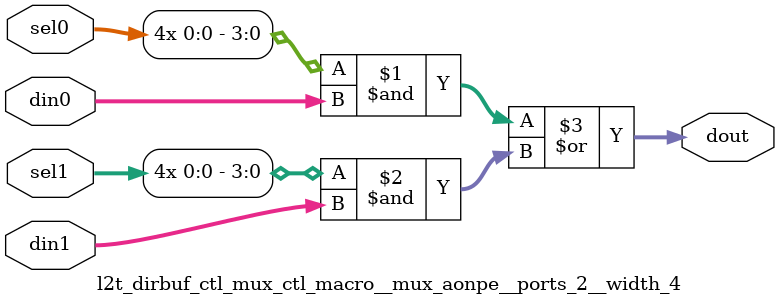
<source format=v>
module l2t_dirbuf_ctl (
  rd_en_c4, 
  wr_en_c4, 
  dir_inval_mask_c4, 
  rw_row_en_c4, 
  rw_panel_en_c4, 
  dir_rw_entry_c4, 
  lkup_row_en_c4, 
  lkup_panel_en_c4, 
  lkup_wr_data_c4, 
  dir_clear_c4, 
  ic_dc_dir, 
  arbadr_arbdp_addr4_c4, 
  arb_force_hit_c4, 
  addr_index_bit5, 
  l2t_mb0_run, 
  l2t_mb0_mask, 
  l2t_mb0_addr, 
  l2t_mb0_row_panel_en, 
  l2t_mb0_row_row_en, 
  l2t_mb0_row_lookup_en, 
  l2t_mb0_lookup_wdata, 
  l2t_mb0_row_wr_en, 
  l2t_mb0_row_rd_en, 
  l1clk, 
  scan_in, 
  scan_out, 
  dirlbf_force_hit_c4, 
  dirlbf_lkup_en_c4_buf, 
  dirlbf_inval_mask_c4_buf, 
  dirlbf_rw_dec_c4_buf, 
  dirlbf_rd_en_c4_buf, 
  dirlbf_wr_en_c4_buf, 
  dirlbf_rw_entry_c4_buf, 
  dirlbf_lkup_wr_data_c4_buf, 
  dirlbf_dir_clear_c4_buf, 
  aclk, 
  bclk);
wire siclk;
wire soclk;
wire ff_l2t_mb0_run_r1_scanin;
wire ff_l2t_mb0_run_r1_scanout;
wire l2t_mb0_run_r1;
wire mb0_row_row_en;
wire dirlbf_force_hit_c41;
wire [5:0] rw_index;
wire l2t_mb0_row_wr_en_qual;
wire l2t_mb0_row_rd_en_qual;
wire address_bit4_0;
wire ic_address_bit4;
wire address_bit4_1;
wire dc_address_bit4;
wire address_bit4;
wire sel_address_bit4;
wire dir_wr_par_c4;
wire cam_row_select;
wire rw_row_select;
wire [3:0] dirlbf_rw_dec_c4_buf_fnl;
wire [3:0] dirlbf_lkup_en_c4_buf_fnl;
 

input		rd_en_c4;	
input		wr_en_c4;	
input	[7:0]	dir_inval_mask_c4;	
input	[1:0]	rw_row_en_c4;	
input	[3:0]	rw_panel_en_c4;	
input	[5:0]	dir_rw_entry_c4;	// BS and SR 11/18/03 Reverse Directory change 
input	[1:0]	lkup_row_en_c4; // qualified already	
input	[3:0]	lkup_panel_en_c4; // qualified already	
input	[14:0]	lkup_wr_data_c4;  //  BS and SR 11/18/03 Reverse Directory change 
input		dir_clear_c4; 
input		ic_dc_dir; 
input		arbadr_arbdp_addr4_c4; 
input		arb_force_hit_c4; 
input		addr_index_bit5; 

input		l2t_mb0_run;
input	[7:0]	l2t_mb0_mask;
input	[5:0]	l2t_mb0_addr;
input	[3:0]	l2t_mb0_row_panel_en;
input		l2t_mb0_row_row_en;
input	[3:0]	l2t_mb0_row_lookup_en;
input	[15:0]	l2t_mb0_lookup_wdata;
input		l2t_mb0_row_wr_en;
input		l2t_mb0_row_rd_en;
input		l1clk;
input		scan_in;
output		scan_out;
 
output   	dirlbf_force_hit_c4;
output	[3:0]	dirlbf_lkup_en_c4_buf ;  
output	[7:0]	dirlbf_inval_mask_c4_buf ;
output	[3:0]	dirlbf_rw_dec_c4_buf; 
output		dirlbf_rd_en_c4_buf ;
output		dirlbf_wr_en_c4_buf ; 
output	[5:0]	dirlbf_rw_entry_c4_buf; // BS and SR 11/18/03 Reverse Directory change 
output	[15:0]	dirlbf_lkup_wr_data_c4_buf; // 14(top) to 0(bottom) 
output		dirlbf_dir_clear_c4_buf; 


 input aclk;
 input bclk;

assign siclk = aclk;
assign soclk = bclk;

//
// Muxing of MBIST and functional signals
//

l2t_dirbuf_ctl_msff_ctl_macro__width_1 ff_l2t_mb0_run_r1 
        (
	.din(l2t_mb0_run), 
	.l1clk(l1clk),  
	//.en(1'b1),
	.scan_in(ff_l2t_mb0_run_r1_scanin),
	.scan_out(ff_l2t_mb0_run_r1_scanout),
	.dout(l2t_mb0_run_r1),
  .siclk(siclk),
  .soclk(soclk)  
	); 



l2t_dirbuf_ctl_mux_ctl_macro__mux_aonpe__ports_2__width_2 mux_mb0_row_row_en_wdata 
	(
	.dout	({dirlbf_force_hit_c4,mb0_row_row_en}),
	.din0	({1'b0,l2t_mb0_row_row_en}),
	.din1	({dirlbf_force_hit_c41,1'b0}),
	.sel0	(l2t_mb0_run_r1),
	.sel1	(~l2t_mb0_run_r1)
	);

l2t_dirbuf_ctl_mux_ctl_macro__mux_aonpe__ports_2__width_8 mux_dirlbf_inval_mask_c4_buf 
	(
	.dout   (dirlbf_inval_mask_c4_buf[7:0]),
        .din0   (dir_inval_mask_c4[7:0]),
        .din1   (l2t_mb0_mask[7:0]),
	.sel0	(~l2t_mb0_run_r1),
	.sel1	(l2t_mb0_run_r1)
	);



l2t_dirbuf_ctl_mux_ctl_macro__mux_aonpe__ports_2__width_6 mux_rw_index 
	(
	.dout	(rw_index[5:0]),
	.din0	({addr_index_bit5,dir_rw_entry_c4[4:0]}),
	.din1	(dir_rw_entry_c4[5:0]),
	.sel0	(~dirlbf_wr_en_c4_buf),
	.sel1	(dirlbf_wr_en_c4_buf)
	);


assign l2t_mb0_row_wr_en_qual = l2t_mb0_row_wr_en & l2t_mb0_row_row_en;
assign l2t_mb0_row_rd_en_qual = l2t_mb0_row_rd_en & l2t_mb0_row_row_en;

l2t_dirbuf_ctl_mux_ctl_macro__mux_aonpe__ports_2__width_8 mux_dirlbf_rd_wr_entry_c4_buf 
        (
        .dout   ({dirlbf_rw_entry_c4_buf[5:0],dirlbf_wr_en_c4_buf,dirlbf_rd_en_c4_buf}),
        .din0    ({rw_index[5:0],wr_en_c4,rd_en_c4}),
        .din1    ({l2t_mb0_addr[5:0],l2t_mb0_row_wr_en_qual,l2t_mb0_row_rd_en_qual}),
        .sel0   (~l2t_mb0_run_r1),
        .sel1   (l2t_mb0_run_r1)
        );



assign address_bit4_0 = ~(ic_address_bit4 & ic_dc_dir);
assign address_bit4_1 = ~(dc_address_bit4 & ~ic_dc_dir);
assign address_bit4   = ~(address_bit4_0  & address_bit4_1);

assign dirlbf_force_hit_c41 = arb_force_hit_c4 | (lkup_row_en_c4[0] & lkup_row_en_c4[1]);


assign sel_address_bit4 = (dirlbf_wr_en_c4_buf | dirlbf_rd_en_c4_buf);

l2t_dirbuf_ctl_mux_ctl_macro__mux_aonpe__ports_2__width_2 mux_address_bit4 
	(
	.dout	({dc_address_bit4,ic_address_bit4}),
	.din0	({dir_rw_entry_c4[5],dir_rw_entry_c4[5]}),
	.din1	({lkup_row_en_c4[1],arbadr_arbdp_addr4_c4}),
	.sel0	(sel_address_bit4),
	.sel1	(~sel_address_bit4)
	);


//prty_macro prty_dir_wr_par_c4 (width=16)
//	(
//	.dout	(dir_wr_par_c4),
//	.din	({1'b0,address_bit4,lkup_wr_data_c4[13:0]})
//	);

assign dir_wr_par_c4 = ^(lkup_wr_data_c4[13:0]) ^ address_bit4;

l2t_dirbuf_ctl_mux_ctl_macro__mux_aonpe__ports_2__width_16 mux_dirlbf_lkup_wr_data_c4_buf 
	(
	.dout	(dirlbf_lkup_wr_data_c4_buf[15:0]),
	.din0	({lkup_wr_data_c4[14],dir_wr_par_c4,address_bit4,lkup_wr_data_c4[12:0]}),
	.din1	(l2t_mb0_lookup_wdata[15:0]),
        .sel0   (~l2t_mb0_run_r1),
        .sel1   (l2t_mb0_run_r1)
	);
	


assign cam_row_select = |(lkup_row_en_c4[1:0]);
assign rw_row_select =  ((|(rw_row_en_c4[1:0])) | mb0_row_row_en);
assign dirlbf_dir_clear_c4_buf = dir_clear_c4;

assign dirlbf_rw_dec_c4_buf_fnl[3:0] = rw_panel_en_c4[3:0] & {4{rw_row_select}};

l2t_dirbuf_ctl_mux_ctl_macro__mux_aonpe__ports_2__width_4 mux_dirlbf_rw_dec_c4_buf  
	(
	.dout	(dirlbf_rw_dec_c4_buf[3:0]),
	.din0	(dirlbf_rw_dec_c4_buf_fnl[3:0]),
	.din1	(l2t_mb0_row_panel_en),
        .sel0   (~l2t_mb0_run_r1),
        .sel1   (l2t_mb0_run_r1)
	);



assign dirlbf_lkup_en_c4_buf_fnl[3:0] = lkup_panel_en_c4[3:0] & {4{cam_row_select}};

//assign mbist_lookup_en[3:0] = l2t_mb0_row_lookup_en[3:0] & {4{l2t_mb0_row_row_en}};

l2t_dirbuf_ctl_mux_ctl_macro__mux_aonpe__ports_2__width_4 mux_dirlbf_lkup_en_c4_buf 
	(
	.dout	(dirlbf_lkup_en_c4_buf[3:0]),
	.din0	(dirlbf_lkup_en_c4_buf_fnl[3:0]),
	.din1	(l2t_mb0_row_lookup_en[3:0]),
        .sel0   (~l2t_mb0_run_r1),
        .sel1   (l2t_mb0_run_r1)
	);




// fixscan start:
assign ff_l2t_mb0_run_r1_scanin  = scan_in                  ;
assign scan_out                  = ff_l2t_mb0_run_r1_scanout;
// fixscan end:
endmodule 






// any PARAMS parms go into naming of macro

module l2t_dirbuf_ctl_msff_ctl_macro__width_1 (
  din, 
  l1clk, 
  scan_in, 
  siclk, 
  soclk, 
  dout, 
  scan_out);
wire [0:0] fdin;

  input [0:0] din;
  input l1clk;
  input scan_in;


  input siclk;
  input soclk;

  output [0:0] dout;
  output scan_out;
assign fdin[0:0] = din[0:0];






dff #(1)  d0_0 (
.l1clk(l1clk),
.siclk(siclk),
.soclk(soclk),
.d(fdin[0:0]),
.si(scan_in),
.so(scan_out),
.q(dout[0:0])
);












endmodule









// general mux macro for pass-gate and and-or muxes with/wout priority encoders
// also for pass-gate with decoder





// any PARAMS parms go into naming of macro

module l2t_dirbuf_ctl_mux_ctl_macro__mux_aonpe__ports_2__width_2 (
  din0, 
  sel0, 
  din1, 
  sel1, 
  dout);
  input [1:0] din0;
  input sel0;
  input [1:0] din1;
  input sel1;
  output [1:0] dout;





assign dout[1:0] = ( {2{sel0}} & din0[1:0] ) |
                       ( {2{sel1}} & din1[1:0]);





endmodule


// general mux macro for pass-gate and and-or muxes with/wout priority encoders
// also for pass-gate with decoder





// any PARAMS parms go into naming of macro

module l2t_dirbuf_ctl_mux_ctl_macro__mux_aonpe__ports_2__width_8 (
  din0, 
  sel0, 
  din1, 
  sel1, 
  dout);
  input [7:0] din0;
  input sel0;
  input [7:0] din1;
  input sel1;
  output [7:0] dout;





assign dout[7:0] = ( {8{sel0}} & din0[7:0] ) |
                       ( {8{sel1}} & din1[7:0]);





endmodule


// general mux macro for pass-gate and and-or muxes with/wout priority encoders
// also for pass-gate with decoder





// any PARAMS parms go into naming of macro

module l2t_dirbuf_ctl_mux_ctl_macro__mux_aonpe__ports_2__width_6 (
  din0, 
  sel0, 
  din1, 
  sel1, 
  dout);
  input [5:0] din0;
  input sel0;
  input [5:0] din1;
  input sel1;
  output [5:0] dout;





assign dout[5:0] = ( {6{sel0}} & din0[5:0] ) |
                       ( {6{sel1}} & din1[5:0]);





endmodule


// general mux macro for pass-gate and and-or muxes with/wout priority encoders
// also for pass-gate with decoder





// any PARAMS parms go into naming of macro

module l2t_dirbuf_ctl_mux_ctl_macro__mux_aonpe__ports_2__width_16 (
  din0, 
  sel0, 
  din1, 
  sel1, 
  dout);
  input [15:0] din0;
  input sel0;
  input [15:0] din1;
  input sel1;
  output [15:0] dout;





assign dout[15:0] = ( {16{sel0}} & din0[15:0] ) |
                       ( {16{sel1}} & din1[15:0]);





endmodule


// general mux macro for pass-gate and and-or muxes with/wout priority encoders
// also for pass-gate with decoder





// any PARAMS parms go into naming of macro

module l2t_dirbuf_ctl_mux_ctl_macro__mux_aonpe__ports_2__width_4 (
  din0, 
  sel0, 
  din1, 
  sel1, 
  dout);
  input [3:0] din0;
  input sel0;
  input [3:0] din1;
  input sel1;
  output [3:0] dout;





assign dout[3:0] = ( {4{sel0}} & din0[3:0] ) |
                       ( {4{sel1}} & din1[3:0]);





endmodule


</source>
